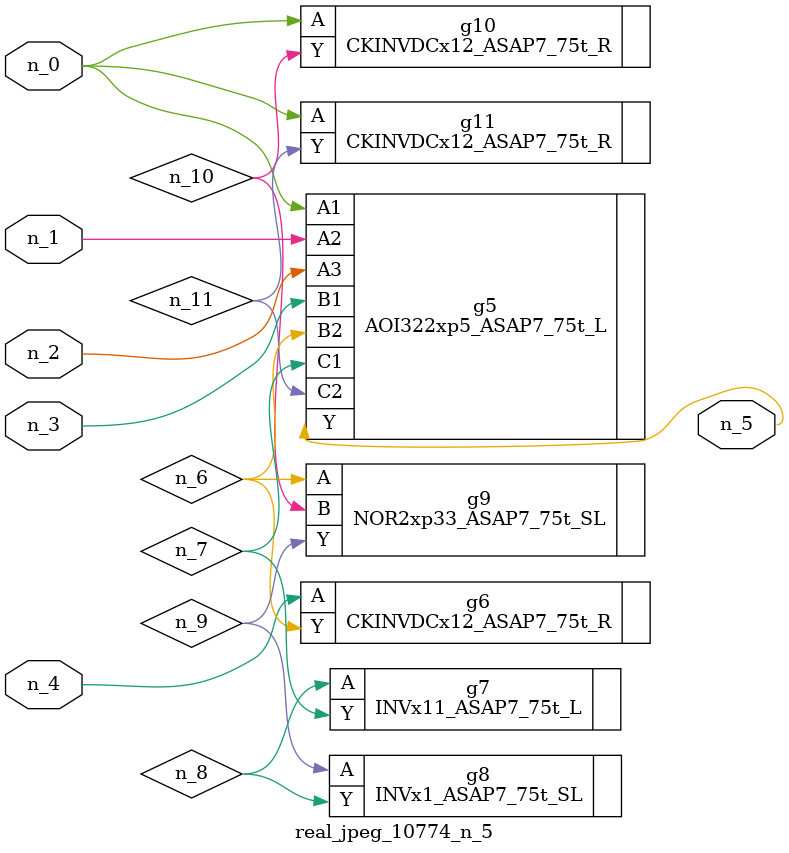
<source format=v>
module real_jpeg_10774_n_5 (n_4, n_0, n_1, n_2, n_3, n_5);

input n_4;
input n_0;
input n_1;
input n_2;
input n_3;

output n_5;

wire n_8;
wire n_11;
wire n_6;
wire n_7;
wire n_10;
wire n_9;

AOI322xp5_ASAP7_75t_L g5 ( 
.A1(n_0),
.A2(n_1),
.A3(n_2),
.B1(n_3),
.B2(n_6),
.C1(n_7),
.C2(n_11),
.Y(n_5)
);

CKINVDCx12_ASAP7_75t_R g10 ( 
.A(n_0),
.Y(n_10)
);

CKINVDCx12_ASAP7_75t_R g11 ( 
.A(n_0),
.Y(n_11)
);

CKINVDCx12_ASAP7_75t_R g6 ( 
.A(n_4),
.Y(n_6)
);

NOR2xp33_ASAP7_75t_SL g9 ( 
.A(n_6),
.B(n_10),
.Y(n_9)
);

INVx11_ASAP7_75t_L g7 ( 
.A(n_8),
.Y(n_7)
);

INVx1_ASAP7_75t_SL g8 ( 
.A(n_9),
.Y(n_8)
);


endmodule
</source>
